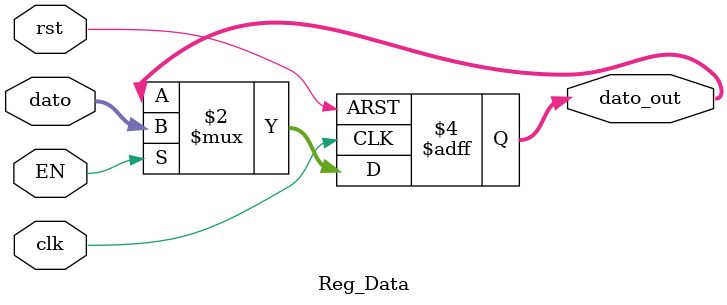
<source format=v>
`timescale 1ns / 1ps
module Reg_Data(
		input wire [7:0] dato,
		input wire EN,
		input wire clk,
		input wire rst,
		output reg [7:0] dato_out
    );

always @ (posedge clk, posedge rst)
	if (rst)
		dato_out <= 8'b0;
	else if (EN)
		dato_out <= dato;

endmodule

</source>
